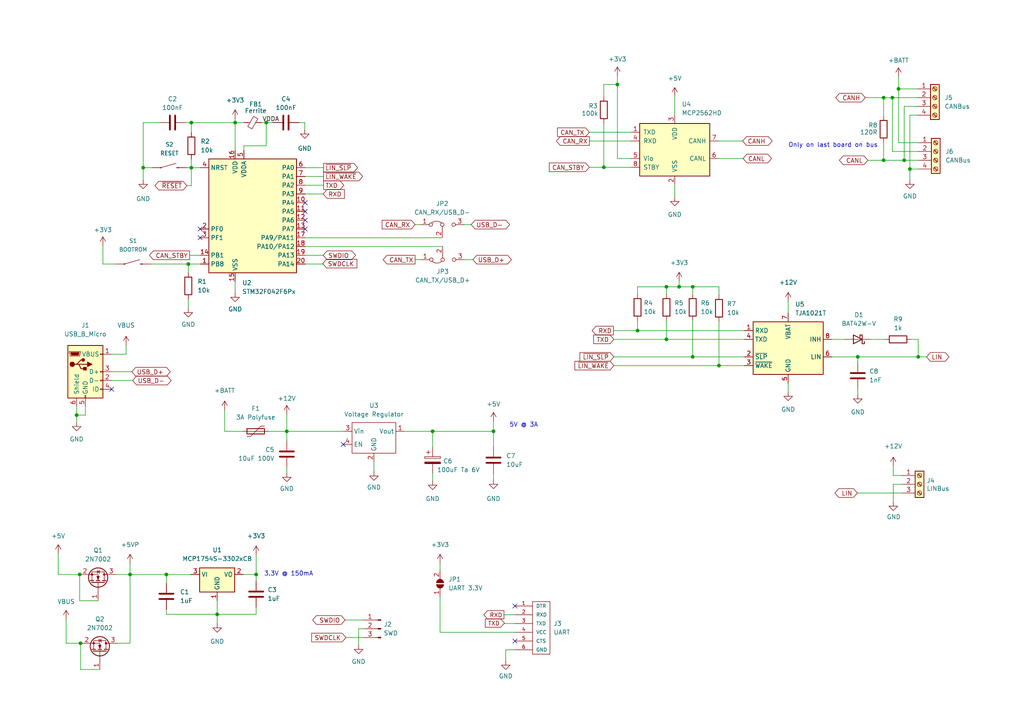
<source format=kicad_sch>
(kicad_sch (version 20211123) (generator eeschema)
  (paper "A4")
  (title_block (title "CANBus LINBus Bridge") (date "2023-02-28") (rev "1.0") (company "Gavin Hurlbut"))
  (lib_symbols
    (symbol "+BATT_1" (power) (pin_names (offset 0))
      (property "Value" "+BATT_1" (at 0 3.556 0))
      (symbol "+BATT_1_0_1"
        (polyline (pts (xy -0.762 1.27) (xy 0 2.54)))
        (polyline (pts (xy 0 0) (xy 0 2.54)))
        (polyline (pts (xy 0 2.54) (xy 0.762 1.27)))
      )
      (symbol "+BATT_1_1_1"
        (pin power_in line (at 0 0 90) (length 0) hide (name "+BATT") (number "1"))
      )
    )
    (symbol "Beirdo:FTDI-TARGET" (pin_names (offset 1.016))
      (property "Reference" "J?" (at -1.27 1.27 0))
      (property "Value" "FTDI-TARGET" (at -6.35 -17.78 0))
      (symbol "FTDI-TARGET_0_1"
        (rectangle (start -2.54 0) (end 2.54 -15.24))
      )
      (symbol "FTDI-TARGET_1_1"
        (pin passive line (at -7.62 -1.27 0) (length 5.08) (name "DTR") (number "1"))
        (pin passive line (at -7.62 -3.81 0) (length 5.08) (name "RXD") (number "2"))
        (pin passive line (at -7.62 -6.35 0) (length 5.08) (name "TXD") (number "3"))
        (pin passive line (at -7.62 -8.89 0) (length 5.08) (name "VCC") (number "4"))
        (pin passive line (at -7.62 -11.43 0) (length 5.08) (name "CTS") (number "5"))
        (pin passive line (at -7.62 -13.97 0) (length 5.08) (name "GND") (number "6"))
      )
    )
    (symbol "Beirdo:MOMENTARY-SWITCH-SPST-PTH-6.0MM" (pin_numbers hide) (pin_names (offset 1.016) hide)
      (property "Reference" "S1" (at 0 6.731 0))
      (property "Value" "MOMENTARY-SWITCH-SPST-PTH-6.0MM" (at 0 4.191 0))
      (symbol "MOMENTARY-SWITCH-SPST-PTH-6.0MM_1_0"
        (polyline (pts (xy -2.54 0) (xy 1.905 1.27)))
        (polyline (pts (xy 1.905 0) (xy 2.54 0)))
      )
      (symbol "MOMENTARY-SWITCH-SPST-PTH-6.0MM_1_1"
        (circle (center -2.54 0) (radius 0.127) (fill (type outline)))
        (circle (center 2.54 0) (radius 0.127) (fill (type outline)))
        (pin passive line (at -5.08 0 0) (length 2.54) (name "1") (number "1"))
        (pin passive line (at -5.08 -1.27 0) (length 2.54) hide (name "1") (number "2"))
        (pin passive line (at 5.08 0 180) (length 2.54) (name "2") (number "3"))
        (pin passive line (at 5.08 -1.27 180) (length 2.54) hide (name "2") (number "4"))
      )
    )
    (symbol "Beirdo:Switching_Regulator_Module"
      (property "Reference" "U?" (at 0 5.08 0))
      (property "Value" "Switching_Regulator_Module" (at 0 2.54 0))
      (symbol "Switching_Regulator_Module_0_1"
        (rectangle (start -6.35 0) (end 6.35 -8.89))
      )
      (symbol "Switching_Regulator_Module_1_1"
        (pin power_out line (at 8.89 -2.54 180) (length 2.54) (name "Vout") (number "1"))
        (pin passive line (at 0 -11.43 90) (length 2.54) (name "GND") (number "2"))
        (pin power_in line (at -8.89 -2.54 0) (length 2.54) (name "Vin") (number "3"))
        (pin input line (at -8.89 -6.35 0) (length 2.54) (name "EN") (number "4"))
      )
    )
    (symbol "Connector:Conn_01x03_Male" (pin_names (offset 1.016) hide)
      (property "Reference" "J" (at 0 5.08 0))
      (property "Value" "Conn_01x03_Male" (at 0 -5.08 0))
      (symbol "Conn_01x03_Male_1_1"
        (polyline (pts (xy 1.27 -2.54) (xy 0.8636 -2.54)) (stroke (width 0.1524)))
        (polyline (pts (xy 1.27 0) (xy 0.8636 0)) (stroke (width 0.1524)))
        (polyline (pts (xy 1.27 2.54) (xy 0.8636 2.54)) (stroke (width 0.1524)))
        (rectangle (start 0.8636 -2.413) (end 0 -2.667) (stroke (width 0.1524)) (fill (type outline)))
        (rectangle (start 0.8636 0.127) (end 0 -0.127) (stroke (width 0.1524)) (fill (type outline)))
        (rectangle (start 0.8636 2.667) (end 0 2.413) (stroke (width 0.1524)) (fill (type outline)))
        (pin passive line (at 5.08 2.54 180) (length 3.81) (name "Pin_1") (number "1"))
        (pin passive line (at 5.08 0 180) (length 3.81) (name "Pin_2") (number "2"))
        (pin passive line (at 5.08 -2.54 180) (length 3.81) (name "Pin_3") (number "3"))
      )
    )
    (symbol "Connector:Screw_Terminal_01x03" (pin_names (offset 1.016) hide)
      (property "Reference" "J" (at 0 5.08 0))
      (property "Value" "Screw_Terminal_01x03" (at 0 -5.08 0))
      (symbol "Screw_Terminal_01x03_1_1"
        (rectangle (start -1.27 3.81) (end 1.27 -3.81) (stroke (width 0.254)) (fill (type background)))
        (circle (center 0 -2.54) (radius 0.635) (stroke (width 0.1524)))
        (polyline (pts (xy -0.5334 -2.2098) (xy 0.3302 -3.048)) (stroke (width 0.1524)))
        (polyline (pts (xy -0.5334 0.3302) (xy 0.3302 -0.508)) (stroke (width 0.1524)))
        (polyline (pts (xy -0.5334 2.8702) (xy 0.3302 2.032)) (stroke (width 0.1524)))
        (polyline (pts (xy -0.3556 -2.032) (xy 0.508 -2.8702)) (stroke (width 0.1524)))
        (polyline (pts (xy -0.3556 0.508) (xy 0.508 -0.3302)) (stroke (width 0.1524)))
        (polyline (pts (xy -0.3556 3.048) (xy 0.508 2.2098)) (stroke (width 0.1524)))
        (circle (center 0 0) (radius 0.635) (stroke (width 0.1524)))
        (circle (center 0 2.54) (radius 0.635) (stroke (width 0.1524)))
        (pin passive line (at -5.08 2.54 0) (length 3.81) (name "Pin_1") (number "1"))
        (pin passive line (at -5.08 0 0) (length 3.81) (name "Pin_2") (number "2"))
        (pin passive line (at -5.08 -2.54 0) (length 3.81) (name "Pin_3") (number "3"))
      )
    )
    (symbol "Connector:Screw_Terminal_01x04" (pin_names (offset 1.016) hide)
      (property "Reference" "J" (at 0 5.08 0))
      (property "Value" "Screw_Terminal_01x04" (at 0 -7.62 0))
      (symbol "Screw_Terminal_01x04_1_1"
        (rectangle (start -1.27 3.81) (end 1.27 -6.35) (stroke (width 0.254)) (fill (type background)))
        (circle (center 0 -5.08) (radius 0.635) (stroke (width 0.1524)))
        (circle (center 0 -2.54) (radius 0.635) (stroke (width 0.1524)))
        (polyline (pts (xy -0.5334 -4.7498) (xy 0.3302 -5.588)) (stroke (width 0.1524)))
        (polyline (pts (xy -0.5334 -2.2098) (xy 0.3302 -3.048)) (stroke (width 0.1524)))
        (polyline (pts (xy -0.5334 0.3302) (xy 0.3302 -0.508)) (stroke (width 0.1524)))
        (polyline (pts (xy -0.5334 2.8702) (xy 0.3302 2.032)) (stroke (width 0.1524)))
        (polyline (pts (xy -0.3556 -4.572) (xy 0.508 -5.4102)) (stroke (width 0.1524)))
        (polyline (pts (xy -0.3556 -2.032) (xy 0.508 -2.8702)) (stroke (width 0.1524)))
        (polyline (pts (xy -0.3556 0.508) (xy 0.508 -0.3302)) (stroke (width 0.1524)))
        (polyline (pts (xy -0.3556 3.048) (xy 0.508 2.2098)) (stroke (width 0.1524)))
        (circle (center 0 0) (radius 0.635) (stroke (width 0.1524)))
        (circle (center 0 2.54) (radius 0.635) (stroke (width 0.1524)))
        (pin passive line (at -5.08 2.54 0) (length 3.81) (name "Pin_1") (number "1"))
        (pin passive line (at -5.08 0 0) (length 3.81) (name "Pin_2") (number "2"))
        (pin passive line (at -5.08 -2.54 0) (length 3.81) (name "Pin_3") (number "3"))
        (pin passive line (at -5.08 -5.08 0) (length 3.81) (name "Pin_4") (number "4"))
      )
    )
    (symbol "Connector:USB_B_Micro" (pin_names (offset 1.016))
      (property "Reference" "J" (at -5.08 11.43 0))
      (property "Value" "USB_B_Micro" (at -5.08 8.89 0))
      (symbol "USB_B_Micro_0_1"
        (rectangle (start -5.08 -7.62) (end 5.08 7.62) (stroke (width 0.254)) (fill (type background)))
        (circle (center -3.81 2.159) (radius 0.635) (stroke (width 0.254)) (fill (type outline)))
        (circle (center -0.635 3.429) (radius 0.381) (stroke (width 0.254)) (fill (type outline)))
        (rectangle (start -0.127 -7.62) (end 0.127 -6.858))
        (polyline (pts (xy -1.905 2.159) (xy 0.635 2.159)) (stroke (width 0.254)))
        (polyline (pts (xy -3.175 2.159) (xy -2.54 2.159) (xy -1.27 3.429) (xy -0.635 3.429)) (stroke (width 0.254)))
        (polyline (pts (xy -2.54 2.159) (xy -1.905 2.159) (xy -1.27 0.889) (xy 0 0.889)) (stroke (width 0.254)))
        (polyline (pts (xy 0.635 2.794) (xy 0.635 1.524) (xy 1.905 2.159) (xy 0.635 2.794)) (stroke (width 0.254)) (fill (type outline)))
        (polyline (pts (xy -4.318 5.588) (xy -1.778 5.588) (xy -2.032 4.826) (xy -4.064 4.826) (xy -4.318 5.588)) (fill (type outline)))
        (polyline (pts (xy -4.699 5.842) (xy -4.699 5.588) (xy -4.445 4.826) (xy -4.445 4.572) (xy -1.651 4.572) (xy -1.651 4.826) (xy -1.397 5.588) (xy -1.397 5.842) (xy -4.699 5.842)))
        (rectangle (start 0.254 1.27) (end -0.508 0.508) (stroke (width 0.254)) (fill (type outline)))
        (rectangle (start 5.08 -5.207) (end 4.318 -4.953))
        (rectangle (start 5.08 -2.667) (end 4.318 -2.413))
        (rectangle (start 5.08 -0.127) (end 4.318 0.127))
        (rectangle (start 5.08 4.953) (end 4.318 5.207))
      )
      (symbol "USB_B_Micro_1_1"
        (pin power_out line (at 7.62 5.08 180) (length 2.54) (name "VBUS") (number "1"))
        (pin bidirectional line (at 7.62 -2.54 180) (length 2.54) (name "D-") (number "2"))
        (pin bidirectional line (at 7.62 0 180) (length 2.54) (name "D+") (number "3"))
        (pin passive line (at 7.62 -5.08 180) (length 2.54) (name "ID") (number "4"))
        (pin power_out line (at 0 -10.16 90) (length 2.54) (name "GND") (number "5"))
        (pin passive line (at -2.54 -10.16 90) (length 2.54) (name "Shield") (number "6"))
      )
    )
    (symbol "Device:C" (pin_numbers hide) (pin_names (offset 0.254))
      (property "Reference" "C" (at 0.635 2.54 0))
      (property "Value" "C" (at 0.635 -2.54 0))
      (symbol "C_0_1"
        (polyline (pts (xy -2.032 -0.762) (xy 2.032 -0.762)) (stroke (width 0.508)))
        (polyline (pts (xy -2.032 0.762) (xy 2.032 0.762)) (stroke (width 0.508)))
      )
      (symbol "C_1_1"
        (pin passive line (at 0 3.81 270) (length 2.794) (name "~") (number "1"))
        (pin passive line (at 0 -3.81 90) (length 2.794) (name "~") (number "2"))
      )
    )
    (symbol "Device:C_Polarized" (pin_numbers hide) (pin_names (offset 0.254))
      (property "Reference" "C" (at 0.635 2.54 0))
      (property "Value" "C_Polarized" (at 0.635 -2.54 0))
      (symbol "C_Polarized_0_1"
        (rectangle (start -2.286 0.508) (end 2.286 1.016))
        (polyline (pts (xy -1.778 2.286) (xy -0.762 2.286)))
        (polyline (pts (xy -1.27 2.794) (xy -1.27 1.778)))
        (rectangle (start 2.286 -0.508) (end -2.286 -1.016) (fill (type outline)))
      )
      (symbol "C_Polarized_1_1"
        (pin passive line (at 0 3.81 270) (length 2.794) (name "~") (number "1"))
        (pin passive line (at 0 -3.81 90) (length 2.794) (name "~") (number "2"))
      )
    )
    (symbol "Device:FerriteBead_Small" (pin_numbers hide) (pin_names (offset 0))
      (property "Reference" "FB" (at 1.905 1.27 0))
      (property "Value" "FerriteBead_Small" (at 1.905 -1.27 0))
      (symbol "FerriteBead_Small_0_1"
        (polyline (pts (xy 0 -1.27) (xy 0 -0.7874)))
        (polyline (pts (xy 0 0.889) (xy 0 1.2954)))
        (polyline (pts (xy -1.8288 0.2794) (xy -1.1176 1.4986) (xy 1.8288 -0.2032) (xy 1.1176 -1.4224) (xy -1.8288 0.2794)))
      )
      (symbol "FerriteBead_Small_1_1"
        (pin passive line (at 0 2.54 270) (length 1.27) (name "~") (number "1"))
        (pin passive line (at 0 -2.54 90) (length 1.27) (name "~") (number "2"))
      )
    )
    (symbol "Device:Polyfuse" (pin_numbers hide) (pin_names (offset 0))
      (property "Reference" "F" (at -2.54 0 90))
      (property "Value" "Polyfuse" (at 2.54 0 90))
      (symbol "Polyfuse_0_1"
        (rectangle (start -0.762 2.54) (end 0.762 -2.54) (stroke (width 0.254)))
        (polyline (pts (xy 0 2.54) (xy 0 -2.54)))
        (polyline (pts (xy -1.524 2.54) (xy -1.524 1.524) (xy 1.524 -1.524) (xy 1.524 -2.54)))
      )
      (symbol "Polyfuse_1_1"
        (pin passive line (at 0 3.81 270) (length 1.27) (name "~") (number "1"))
        (pin passive line (at 0 -3.81 90) (length 1.27) (name "~") (number "2"))
      )
    )
    (symbol "Device:R" (pin_numbers hide) (pin_names (offset 0))
      (property "Reference" "R" (at 2.032 0 90))
      (property "Value" "R" (at 0 0 90))
      (symbol "R_0_1"
        (rectangle (start -1.016 -2.54) (end 1.016 2.54) (stroke (width 0.254)))
      )
      (symbol "R_1_1"
        (pin passive line (at 0 3.81 270) (length 1.27) (name "~") (number "1"))
        (pin passive line (at 0 -3.81 90) (length 1.27) (name "~") (number "2"))
      )
    )
    (symbol "Diode:BAT42W-V" (pin_numbers hide) (pin_names (offset 1.016) hide)
      (property "Reference" "D" (at 0 2.54 0))
      (property "Value" "BAT42W-V" (at 0 -2.54 0))
      (symbol "BAT42W-V_0_1"
        (polyline (pts (xy 1.27 0) (xy -1.27 0)))
        (polyline (pts (xy 1.27 1.27) (xy 1.27 -1.27) (xy -1.27 0) (xy 1.27 1.27)) (stroke (width 0.254)))
        (polyline (pts (xy -1.905 0.635) (xy -1.905 1.27) (xy -1.27 1.27) (xy -1.27 -1.27) (xy -0.635 -1.27) (xy -0.635 -0.635)) (stroke (width 0.254)))
      )
      (symbol "BAT42W-V_1_1"
        (pin passive line (at -3.81 0 0) (length 2.54) (name "K") (number "1"))
        (pin passive line (at 3.81 0 180) (length 2.54) (name "A") (number "2"))
      )
    )
    (symbol "Interface_CAN_LIN:MCP2562-H-SN" (pin_names (offset 1.016))
      (property "Reference" "U" (at -10.16 8.89 0))
      (property "Value" "MCP2562-H-SN" (at 2.54 8.89 0))
      (symbol "MCP2562-H-SN_0_1"
        (rectangle (start -10.16 7.62) (end 10.16 -7.62) (stroke (width 0.254)) (fill (type background)))
      )
      (symbol "MCP2562-H-SN_1_1"
        (pin input line (at -12.7 5.08 0) (length 2.54) (name "TXD") (number "1"))
        (pin power_in line (at 0 -10.16 90) (length 2.54) (name "VSS") (number "2"))
        (pin power_in line (at 0 10.16 270) (length 2.54) (name "VDD") (number "3"))
        (pin output line (at -12.7 2.54 0) (length 2.54) (name "RXD") (number "4"))
        (pin power_in line (at -12.7 -2.54 0) (length 2.54) (name "Vio") (number "5"))
        (pin bidirectional line (at 12.7 -2.54 180) (length 2.54) (name "CANL") (number "6"))
        (pin bidirectional line (at 12.7 2.54 180) (length 2.54) (name "CANH") (number "7"))
        (pin input line (at -12.7 -5.08 0) (length 2.54) (name "STBY") (number "8"))
      )
    )
    (symbol "Interface_CAN_LIN:TJA1021T"
      (property "Reference" "U" (at -10.16 8.89 0))
      (property "Value" "TJA1021T" (at 1.27 8.89 0))
      (symbol "TJA1021T_0_1"
        (rectangle (start -10.16 7.62) (end 10.16 -7.62) (stroke (width 0.254)) (fill (type background)))
      )
      (symbol "TJA1021T_1_1"
        (pin open_collector line (at -12.7 5.08 0) (length 2.54) (name "RXD") (number "1"))
        (pin input line (at -12.7 -2.54 0) (length 2.54) (name "~{SLP}") (number "2"))
        (pin input line (at -12.7 -5.08 0) (length 2.54) (name "~{WAKE}") (number "3"))
        (pin input line (at -12.7 2.54 0) (length 2.54) (name "TXD") (number "4"))
        (pin power_in line (at 0 -10.16 90) (length 2.54) (name "GND") (number "5"))
        (pin bidirectional line (at 12.7 -2.54 180) (length 2.54) (name "LIN") (number "6"))
        (pin power_in line (at 0 10.16 270) (length 2.54) (name "VBAT") (number "7"))
        (pin output line (at 12.7 2.54 180) (length 2.54) (name "INH") (number "8"))
      )
    )
    (symbol "Jumper:Jumper_3_Bridged12" (pin_names (offset 0) hide)
      (property "Reference" "JP" (at -2.54 -2.54 0))
      (property "Value" "Jumper_3_Bridged12" (at 0 2.794 0))
      (symbol "Jumper_3_Bridged12_0_0"
        (circle (center -3.302 0) (radius 0.508))
        (circle (center 0 0) (radius 0.508))
        (circle (center 3.302 0) (radius 0.508))
      )
      (symbol "Jumper_3_Bridged12_0_1"
        (arc (start -0.254 0.508) (mid -1.651 0.9912) (end -3.048 0.508))
        (polyline (pts (xy 0 -1.27) (xy 0 -0.508)))
      )
      (symbol "Jumper_3_Bridged12_1_1"
        (pin passive line (at -6.35 0 0) (length 2.54) (name "A") (number "1"))
        (pin passive line (at 0 -3.81 90) (length 2.54) (name "C") (number "2"))
        (pin passive line (at 6.35 0 180) (length 2.54) (name "B") (number "3"))
      )
    )
    (symbol "Jumper:SolderJumper_2_Open" (pin_names (offset 0) hide)
      (property "Reference" "JP" (at 0 2.032 0))
      (property "Value" "SolderJumper_2_Open" (at 0 -2.54 0))
      (symbol "SolderJumper_2_Open_0_1"
        (arc (start -0.254 1.016) (mid -1.27 0) (end -0.254 -1.016))
        (arc (start -0.254 1.016) (mid -1.27 0) (end -0.254 -1.016) (fill (type outline)))
        (polyline (pts (xy -0.254 1.016) (xy -0.254 -1.016)))
        (polyline (pts (xy 0.254 1.016) (xy 0.254 -1.016)))
        (arc (start 0.254 -1.016) (mid 1.27 0) (end 0.254 1.016))
        (arc (start 0.254 -1.016) (mid 1.27 0) (end 0.254 1.016) (fill (type outline)))
      )
      (symbol "SolderJumper_2_Open_1_1"
        (pin passive line (at -3.81 0 0) (length 2.54) (name "A") (number "1"))
        (pin passive line (at 3.81 0 180) (length 2.54) (name "B") (number "2"))
      )
    )
    (symbol "MCU_ST_STM32F0:STM32F042F6Px"
      (property "Reference" "U" (at -12.7 16.51 0))
      (property "Value" "STM32F042F6Px" (at 0 16.51 0))
      (symbol "STM32F042F6Px_0_1"
        (rectangle (start -12.7 -17.78) (end 12.7 15.24) (stroke (width 0.254)) (fill (type background)))
      )
      (symbol "STM32F042F6Px_1_1"
        (pin bidirectional line (at -15.24 -15.24 0) (length 2.54) (name "PB8") (number "1"))
        (pin bidirectional line (at 15.24 2.54 180) (length 2.54) (name "PA4") (number "10"))
        (pin bidirectional line (at 15.24 0 180) (length 2.54) (name "PA5") (number "11"))
        (pin bidirectional line (at 15.24 -2.54 180) (length 2.54) (name "PA6") (number "12"))
        (pin bidirectional line (at 15.24 -5.08 180) (length 2.54) (name "PA7") (number "13"))
        (pin bidirectional line (at -15.24 -12.7 0) (length 2.54) (name "PB1") (number "14"))
        (pin power_in line (at -5.08 -20.32 90) (length 2.54) (name "VSS") (number "15"))
        (pin power_in line (at -5.08 17.78 270) (length 2.54) (name "VDD") (number "16"))
        (pin bidirectional line (at 15.24 -7.62 180) (length 2.54) (name "PA9/PA11") (number "17"))
        (pin bidirectional line (at 15.24 -10.16 180) (length 2.54) (name "PA10/PA12") (number "18"))
        (pin bidirectional line (at 15.24 -12.7 180) (length 2.54) (name "PA13") (number "19"))
        (pin input line (at -15.24 -5.08 0) (length 2.54) (name "PF0") (number "2"))
        (pin bidirectional line (at 15.24 -15.24 180) (length 2.54) (name "PA14") (number "20"))
        (pin input line (at -15.24 -7.62 0) (length 2.54) (name "PF1") (number "3"))
        (pin input line (at -15.24 12.7 0) (length 2.54) (name "NRST") (number "4"))
        (pin power_in line (at -2.54 17.78 270) (length 2.54) (name "VDDA") (number "5"))
        (pin bidirectional line (at 15.24 12.7 180) (length 2.54) (name "PA0") (number "6"))
        (pin bidirectional line (at 15.24 10.16 180) (length 2.54) (name "PA1") (number "7"))
        (pin bidirectional line (at 15.24 7.62 180) (length 2.54) (name "PA2") (number "8"))
        (pin bidirectional line (at 15.24 5.08 180) (length 2.54) (name "PA3") (number "9"))
      )
    )
    (symbol "Regulator_Linear:MCP1754S-3302xCB"
      (property "Reference" "U" (at -3.81 3.175 0))
      (property "Value" "MCP1754S-3302xCB" (at -0.635 3.175 0))
      (symbol "MCP1754S-3302xCB_0_1"
        (rectangle (start -5.08 -5.08) (end 5.08 1.905) (stroke (width 0.254)) (fill (type background)))
      )
      (symbol "MCP1754S-3302xCB_1_1"
        (pin power_in line (at 0 -7.62 90) (length 2.54) (name "GND") (number "1"))
        (pin power_out line (at 7.62 0 180) (length 2.54) (name "VO") (number "2"))
        (pin power_in line (at -7.62 0 0) (length 2.54) (name "VI") (number "3"))
      )
    )
    (symbol "Transistor_FET:2N7002" (pin_names hide)
      (property "Reference" "Q" (at 5.08 1.905 0))
      (property "Value" "2N7002" (at 5.08 0 0))
      (symbol "2N7002_0_1"
        (polyline (pts (xy 0.254 0) (xy -2.54 0)))
        (polyline (pts (xy 0.254 1.905) (xy 0.254 -1.905)) (stroke (width 0.254)))
        (polyline (pts (xy 0.762 -1.27) (xy 0.762 -2.286)) (stroke (width 0.254)))
        (polyline (pts (xy 0.762 0.508) (xy 0.762 -0.508)) (stroke (width 0.254)))
        (polyline (pts (xy 0.762 2.286) (xy 0.762 1.27)) (stroke (width 0.254)))
        (polyline (pts (xy 2.54 2.54) (xy 2.54 1.778)))
        (polyline (pts (xy 2.54 -2.54) (xy 2.54 0) (xy 0.762 0)))
        (polyline (pts (xy 0.762 -1.778) (xy 3.302 -1.778) (xy 3.302 1.778) (xy 0.762 1.778)))
        (polyline (pts (xy 1.016 0) (xy 2.032 0.381) (xy 2.032 -0.381) (xy 1.016 0)) (fill (type outline)))
        (polyline (pts (xy 2.794 0.508) (xy 2.921 0.381) (xy 3.683 0.381) (xy 3.81 0.254)))
        (polyline (pts (xy 3.302 0.381) (xy 2.921 -0.254) (xy 3.683 -0.254) (xy 3.302 0.381)))
        (circle (center 1.651 0) (radius 2.794) (stroke (width 0.254)))
        (circle (center 2.54 -1.778) (radius 0.254) (fill (type outline)))
        (circle (center 2.54 1.778) (radius 0.254) (fill (type outline)))
      )
      (symbol "2N7002_1_1"
        (pin input line (at -5.08 0 0) (length 2.54) (name "G") (number "1"))
        (pin passive line (at 2.54 -5.08 90) (length 2.54) (name "S") (number "2"))
        (pin passive line (at 2.54 5.08 270) (length 2.54) (name "D") (number "3"))
      )
    )
    (symbol "power:+12V" (power) (pin_names (offset 0))
      (property "Value" "+12V" (at 0 3.556 0))
      (symbol "+12V_0_1"
        (polyline (pts (xy -0.762 1.27) (xy 0 2.54)))
        (polyline (pts (xy 0 0) (xy 0 2.54)))
        (polyline (pts (xy 0 2.54) (xy 0.762 1.27)))
      )
      (symbol "+12V_1_1"
        (pin power_in line (at 0 0 90) (length 0) hide (name "+12V") (number "1"))
      )
    )
    (symbol "power:+3V3" (power) (pin_names (offset 0))
      (property "Value" "+3V3" (at 0 3.556 0))
      (symbol "+3V3_0_1"
        (polyline (pts (xy -0.762 1.27) (xy 0 2.54)))
        (polyline (pts (xy 0 0) (xy 0 2.54)))
        (polyline (pts (xy 0 2.54) (xy 0.762 1.27)))
      )
      (symbol "+3V3_1_1"
        (pin power_in line (at 0 0 90) (length 0) hide (name "+3V3") (number "1"))
      )
    )
    (symbol "power:+5V" (power) (pin_names (offset 0))
      (property "Value" "+5V" (at 0 3.556 0))
      (symbol "+5V_0_1"
        (polyline (pts (xy -0.762 1.27) (xy 0 2.54)))
        (polyline (pts (xy 0 0) (xy 0 2.54)))
        (polyline (pts (xy 0 2.54) (xy 0.762 1.27)))
      )
      (symbol "+5V_1_1"
        (pin power_in line (at 0 0 90) (length 0) hide (name "+5V") (number "1"))
      )
    )
    (symbol "power:+5VP" (power) (pin_names (offset 0))
      (property "Value" "+5VP" (at 0 3.556 0))
      (symbol "+5VP_0_1"
        (polyline (pts (xy -0.762 1.27) (xy 0 2.54)))
        (polyline (pts (xy 0 0) (xy 0 2.54)))
        (polyline (pts (xy 0 2.54) (xy 0.762 1.27)))
      )
      (symbol "+5VP_1_1"
        (pin power_in line (at 0 0 90) (length 0) hide (name "+5VP") (number "1"))
      )
    )
    (symbol "power:+BATT" (power) (pin_names (offset 0))
      (property "Value" "+BATT" (at 0 3.556 0))
      (symbol "+BATT_0_1"
        (polyline (pts (xy -0.762 1.27) (xy 0 2.54)))
        (polyline (pts (xy 0 0) (xy 0 2.54)))
        (polyline (pts (xy 0 2.54) (xy 0.762 1.27)))
      )
      (symbol "+BATT_1_1"
        (pin power_in line (at 0 0 90) (length 0) hide (name "+BATT") (number "1"))
      )
    )
    (symbol "power:GND" (power) (pin_names (offset 0))
      (property "Value" "GND" (at 0 -3.81 0))
      (symbol "GND_0_1"
        (polyline (pts (xy 0 0) (xy 0 -1.27) (xy 1.27 -1.27) (xy 0 -2.54) (xy -1.27 -1.27) (xy 0 -1.27)))
      )
      (symbol "GND_1_1"
        (pin power_in line (at 0 0 270) (length 0) hide (name "GND") (number "1"))
      )
    )
    (symbol "power:VBUS" (power) (pin_names (offset 0))
      (property "Value" "VBUS" (at 0 3.81 0))
      (symbol "VBUS_0_1"
        (polyline (pts (xy -0.762 1.27) (xy 0 2.54)))
        (polyline (pts (xy 0 0) (xy 0 2.54)))
        (polyline (pts (xy 0 2.54) (xy 0.762 1.27)))
      )
      (symbol "VBUS_1_1"
        (pin power_in line (at 0 0 90) (length 0) hide (name "VBUS") (number "1"))
      )
    )
  )
  (junction (at 260.604 25.781))
  (junction (at 23.114 166.624))
  (junction (at 37.719 166.624))
  (junction (at 48.26 166.624))
  (junction (at 208.534 106.045))
  (junction (at 256.286 46.482))
  (junction (at 256.286 28.321))
  (junction (at 55.499 48.641))
  (junction (at 263.906 49.022))
  (junction (at 262.255 46.482))
  (junction (at 193.294 83.185))
  (junction (at 62.992 178.181))
  (junction (at 143.129 125.095))
  (junction (at 54.61 76.581))
  (junction (at 77.216 35.56))
  (junction (at 248.793 103.505))
  (junction (at 258.826 28.321))
  (junction (at 41.529 48.641))
  (junction (at 125.476 125.095))
  (junction (at 179.07 24.511))
  (junction (at 55.499 35.56))
  (junction (at 83.185 125.095))
  (junction (at 22.225 120.396))
  (junction (at 193.294 98.425))
  (junction (at 23.368 186.563))
  (junction (at 196.977 83.185))
  (junction (at 200.914 83.185))
  (junction (at 184.912 95.885))
  (junction (at 175.133 48.514))
  (junction (at 68.199 35.56))
  (junction (at 200.914 103.505))
  (junction (at 74.295 166.624))
  (junction (at 266.319 103.505))
  (no_connect (at 149.352 175.768))
  (no_connect (at 149.352 185.928))
  (no_connect (at 58.039 68.961))
  (no_connect (at 32.385 112.903))
  (no_connect (at 88.519 58.801))
  (no_connect (at 88.519 61.341))
  (no_connect (at 58.039 66.421))
  (no_connect (at 88.519 66.421))
  (no_connect (at 88.519 63.881))
  (no_connect (at 99.568 128.905))
  (wire (pts (xy 260.604 41.402) (xy 266.319 41.402)))
  (wire (pts (xy 32.385 107.823) (xy 38.227 107.823)))
  (wire (pts (xy 88.519 68.961) (xy 128.27 68.961)))
  (wire (pts (xy 77.216 35.56) (xy 79.121 35.56)))
  (wire (pts (xy 68.199 81.661) (xy 68.199 84.963)))
  (wire (pts (xy 44.069 48.641) (xy 41.529 48.641)))
  (wire (pts (xy 55.499 38.481) (xy 55.499 35.56)))
  (wire (pts (xy 263.906 52.197) (xy 263.906 49.022)))
  (wire (pts (xy 262.255 46.482) (xy 266.319 46.482)))
  (wire (pts (xy 256.286 46.482) (xy 262.255 46.482)))
  (wire (pts (xy 241.3 98.425) (xy 244.983 98.425)))
  (wire (pts (xy 127.635 183.388) (xy 149.352 183.388)))
  (wire (pts (xy 200.914 92.964) (xy 200.914 103.505)))
  (wire (pts (xy 120.396 75.311) (xy 122.047 75.311)))
  (wire (pts (xy 54.229 48.641) (xy 55.499 48.641)))
  (wire (pts (xy 260.604 22.225) (xy 260.604 25.781)))
  (wire (pts (xy 65.151 125.095) (xy 65.151 118.872)))
  (wire (pts (xy 261.62 143.002) (xy 248.666 143.002)))
  (wire (pts (xy 48.26 176.784) (xy 48.26 178.181)))
  (wire (pts (xy 55.499 46.101) (xy 55.499 48.641)))
  (wire (pts (xy 88.519 48.641) (xy 93.853 48.641)))
  (wire (pts (xy 77.978 125.095) (xy 83.185 125.095)))
  (wire (pts (xy 93.599 76.581) (xy 93.599 76.454)))
  (wire (pts (xy 100.203 184.912) (xy 105.41 184.912)))
  (wire (pts (xy 68.199 34.417) (xy 68.199 35.56)))
  (wire (pts (xy 121.92 65.151) (xy 120.396 65.151)))
  (wire (pts (xy 41.529 35.56) (xy 46.228 35.56)))
  (wire (pts (xy 200.914 103.505) (xy 215.9 103.505)))
  (wire (pts (xy 41.529 48.641) (xy 41.529 52.197)))
  (wire (pts (xy 36.576 102.743) (xy 36.576 100.076)))
  (wire (pts (xy 48.26 166.624) (xy 48.26 169.164)))
  (wire (pts (xy 74.295 166.624) (xy 74.295 168.529)))
  (wire (pts (xy 127.635 163.322) (xy 127.635 165.481)))
  (wire (pts (xy 193.294 92.964) (xy 193.294 98.425)))
  (wire (pts (xy 178.054 98.425) (xy 193.294 98.425)))
  (wire (pts (xy 23.368 194.183) (xy 23.368 186.563)))
  (wire (pts (xy 146.304 180.848) (xy 146.304 180.721)))
  (wire (pts (xy 54.61 76.581) (xy 58.039 76.581)))
  (wire (pts (xy 104.013 187.071) (xy 104.013 182.372)))
  (wire (pts (xy 62.992 178.181) (xy 74.295 178.181)))
  (wire (pts (xy 146.685 188.468) (xy 149.352 188.468)))
  (wire (pts (xy 88.519 71.501) (xy 128.397 71.501)))
  (wire (pts (xy 143.129 125.095) (xy 143.129 129.667)))
  (wire (pts (xy 24.765 120.396) (xy 22.225 120.396)))
  (wire (pts (xy 62.992 178.181) (xy 62.992 180.848)))
  (wire (pts (xy 178.054 106.045) (xy 208.534 106.045)))
  (wire (pts (xy 266.065 30.861) (xy 262.255 30.861)))
  (wire (pts (xy 193.294 98.425) (xy 215.9 98.425)))
  (wire (pts (xy 70.739 42.291) (xy 77.216 42.291)))
  (wire (pts (xy 175.133 48.514) (xy 170.942 48.514)))
  (wire (pts (xy 179.07 24.511) (xy 179.07 21.971)))
  (wire (pts (xy 146.685 191.643) (xy 146.685 188.468)))
  (wire (pts (xy 175.133 35.687) (xy 175.133 48.514)))
  (wire (pts (xy 146.177 178.308) (xy 149.352 178.308)))
  (wire (pts (xy 127.635 173.101) (xy 127.635 183.388)))
  (wire (pts (xy 143.129 137.287) (xy 143.129 139.192)))
  (wire (pts (xy 23.114 174.244) (xy 23.114 166.624)))
  (wire (pts (xy 266.319 98.425) (xy 266.319 103.505)))
  (wire (pts (xy 266.319 43.942) (xy 258.826 43.942)))
  (wire (pts (xy 256.286 41.275) (xy 256.286 46.482)))
  (wire (pts (xy 184.912 92.964) (xy 184.912 95.885)))
  (wire (pts (xy 70.358 125.095) (xy 65.151 125.095)))
  (wire (pts (xy 266.319 103.505) (xy 268.732 103.505)))
  (wire (pts (xy 117.348 125.095) (xy 125.476 125.095)))
  (wire (pts (xy 19.177 186.563) (xy 23.368 186.563)))
  (wire (pts (xy 183.007 45.974) (xy 179.07 45.974)))
  (wire (pts (xy 88.519 74.041) (xy 93.726 74.041)))
  (wire (pts (xy 177.927 95.885) (xy 184.912 95.885)))
  (wire (pts (xy 170.942 40.894) (xy 183.007 40.894)))
  (wire (pts (xy 260.604 25.781) (xy 266.065 25.781)))
  (wire (pts (xy 263.906 49.022) (xy 266.319 49.022)))
  (wire (pts (xy 262.255 30.861) (xy 262.255 46.482)))
  (wire (pts (xy 248.793 112.776) (xy 248.793 114.427)))
  (wire (pts (xy 134.747 75.311) (xy 137.16 75.311)))
  (wire (pts (xy 16.891 160.528) (xy 16.891 166.624)))
  (wire (pts (xy 77.216 35.56) (xy 75.819 35.56)))
  (wire (pts (xy 241.3 103.505) (xy 248.793 103.505)))
  (wire (pts (xy 263.906 33.401) (xy 263.906 49.022)))
  (wire (pts (xy 37.719 166.624) (xy 48.26 166.624)))
  (wire (pts (xy 184.912 85.344) (xy 184.912 83.185)))
  (wire (pts (xy 16.891 166.624) (xy 23.114 166.624)))
  (wire (pts (xy 264.287 98.425) (xy 266.319 98.425)))
  (wire (pts (xy 104.013 182.372) (xy 105.41 182.372)))
  (wire (pts (xy 88.392 37.592) (xy 88.392 35.56)))
  (wire (pts (xy 252.603 98.425) (xy 256.667 98.425)))
  (wire (pts (xy 228.6 111.125) (xy 228.6 113.665)))
  (wire (pts (xy 258.826 28.321) (xy 266.065 28.321)))
  (wire (pts (xy 183.007 48.514) (xy 175.133 48.514)))
  (wire (pts (xy 196.977 81.534) (xy 196.977 83.185)))
  (wire (pts (xy 259.08 137.922) (xy 259.08 135.128)))
  (wire (pts (xy 88.392 35.56) (xy 86.741 35.56)))
  (wire (pts (xy 88.519 76.581) (xy 93.599 76.581)))
  (wire (pts (xy 260.604 25.781) (xy 260.604 41.402)))
  (wire (pts (xy 34.036 186.563) (xy 37.719 186.563)))
  (wire (pts (xy 48.26 178.181) (xy 62.992 178.181)))
  (wire (pts (xy 77.216 42.291) (xy 77.216 35.56)))
  (wire (pts (xy 134.62 65.151) (xy 136.652 65.151)))
  (wire (pts (xy 251.714 46.482) (xy 256.286 46.482)))
  (wire (pts (xy 22.225 120.396) (xy 22.225 117.983)))
  (wire (pts (xy 70.739 42.291) (xy 70.739 43.561)))
  (wire (pts (xy 259.08 137.922) (xy 261.62 137.922)))
  (wire (pts (xy 37.719 163.322) (xy 37.719 166.624)))
  (wire (pts (xy 208.534 83.185) (xy 208.534 85.598)))
  (wire (pts (xy 250.952 28.321) (xy 256.286 28.321)))
  (wire (pts (xy 248.793 103.505) (xy 266.319 103.505)))
  (wire (pts (xy 29.845 71.247) (xy 29.845 76.581)))
  (wire (pts (xy 83.185 125.095) (xy 83.185 127.889)))
  (wire (pts (xy 23.114 166.624) (xy 23.368 166.624)))
  (wire (pts (xy 55.499 35.56) (xy 68.199 35.56)))
  (wire (pts (xy 54.61 86.741) (xy 54.61 89.408)))
  (wire (pts (xy 195.707 53.594) (xy 195.707 57.15)))
  (wire (pts (xy 88.519 56.261) (xy 93.726 56.261)))
  (wire (pts (xy 48.26 166.624) (xy 55.372 166.624)))
  (wire (pts (xy 55.499 48.641) (xy 58.039 48.641)))
  (wire (pts (xy 74.295 176.149) (xy 74.295 178.181)))
  (wire (pts (xy 178.054 103.505) (xy 200.914 103.505)))
  (wire (pts (xy 200.914 83.185) (xy 200.914 85.344)))
  (wire (pts (xy 248.793 103.505) (xy 248.793 105.156)))
  (wire (pts (xy 83.185 135.509) (xy 83.185 137.16)))
  (wire (pts (xy 175.133 24.511) (xy 179.07 24.511)))
  (wire (pts (xy 29.845 76.581) (xy 33.528 76.581)))
  (wire (pts (xy 55.499 48.641) (xy 55.499 53.848)))
  (wire (pts (xy 184.912 95.885) (xy 215.9 95.885)))
  (wire (pts (xy 74.295 160.909) (xy 74.295 166.624)))
  (wire (pts (xy 193.294 83.185) (xy 193.294 85.344)))
  (wire (pts (xy 256.286 33.655) (xy 256.286 28.321)))
  (wire (pts (xy 259.08 140.462) (xy 261.62 140.462)))
  (wire (pts (xy 175.133 28.067) (xy 175.133 24.511)))
  (wire (pts (xy 193.294 83.185) (xy 196.977 83.185)))
  (wire (pts (xy 143.129 122.174) (xy 143.129 125.095)))
  (wire (pts (xy 125.476 137.287) (xy 125.476 139.446)))
  (wire (pts (xy 228.6 87.376) (xy 228.6 90.805)))
  (wire (pts (xy 22.225 122.428) (xy 22.225 120.396)))
  (wire (pts (xy 68.199 35.56) (xy 68.199 43.561)))
  (wire (pts (xy 28.448 174.244) (xy 23.114 174.244)))
  (wire (pts (xy 37.719 186.563) (xy 37.719 166.624)))
  (wire (pts (xy 54.229 53.848) (xy 55.499 53.848)))
  (wire (pts (xy 183.007 38.354) (xy 170.942 38.354)))
  (wire (pts (xy 256.286 28.321) (xy 258.826 28.321)))
  (wire (pts (xy 184.912 83.185) (xy 193.294 83.185)))
  (wire (pts (xy 146.304 180.848) (xy 149.352 180.848)))
  (wire (pts (xy 54.61 79.121) (xy 54.61 76.581)))
  (wire (pts (xy 208.534 106.045) (xy 215.9 106.045)))
  (wire (pts (xy 83.185 125.095) (xy 99.568 125.095)))
  (wire (pts (xy 88.519 53.721) (xy 93.853 53.721)))
  (wire (pts (xy 195.707 27.94) (xy 195.707 33.274)))
  (wire (pts (xy 108.458 133.985) (xy 108.458 136.779)))
  (wire (pts (xy 208.534 93.218) (xy 208.534 106.045)))
  (wire (pts (xy 24.765 117.983) (xy 24.765 120.396)))
  (wire (pts (xy 125.476 125.095) (xy 143.129 125.095)))
  (wire (pts (xy 208.407 40.894) (xy 215.392 40.894)))
  (wire (pts (xy 70.739 35.56) (xy 68.199 35.56)))
  (wire (pts (xy 259.08 145.542) (xy 259.08 140.462)))
  (wire (pts (xy 196.977 83.185) (xy 200.914 83.185)))
  (wire (pts (xy 28.956 194.183) (xy 23.368 194.183)))
  (wire (pts (xy 200.914 83.185) (xy 208.534 83.185)))
  (wire (pts (xy 54.61 76.581) (xy 43.688 76.581)))
  (wire (pts (xy 54.991 74.041) (xy 58.039 74.041)))
  (wire (pts (xy 32.385 110.363) (xy 38.481 110.363)))
  (wire (pts (xy 266.065 33.401) (xy 263.906 33.401)))
  (wire (pts (xy 41.529 35.56) (xy 41.529 48.641)))
  (wire (pts (xy 208.407 45.974) (xy 215.519 45.974)))
  (wire (pts (xy 83.185 120.142) (xy 83.185 125.095)))
  (wire (pts (xy 88.519 51.181) (xy 93.853 51.181)))
  (wire (pts (xy 100.076 179.832) (xy 105.41 179.832)))
  (wire (pts (xy 19.177 179.578) (xy 19.177 186.563)))
  (wire (pts (xy 125.476 125.095) (xy 125.476 129.667)))
  (wire (pts (xy 53.848 35.56) (xy 55.499 35.56)))
  (wire (pts (xy 70.612 166.624) (xy 74.295 166.624)))
  (wire (pts (xy 33.528 166.624) (xy 37.719 166.624)))
  (wire (pts (xy 32.385 102.743) (xy 36.576 102.743)))
  (wire (pts (xy 23.368 186.563) (xy 23.876 186.563)))
  (wire (pts (xy 62.992 174.244) (xy 62.992 178.181)))
  (wire (pts (xy 258.826 43.942) (xy 258.826 28.321)))
  (wire (pts (xy 179.07 45.974) (xy 179.07 24.511)))
  (text "5V @ 3A" (at 156.083 124.079 180) (effects (font (size 1.27 1.27)) (justify right bottom)))
  (text "Only on last board on bus" (at 254.635 42.926 180) (effects (font (size 1.27 1.27)) (justify right bottom)))
  (text "3.3V @ 150mA" (at 76.581 167.259 0) (effects (font (size 1.27 1.27)) (justify left bottom)))
  (label "VDDA" (at 76.073 35.56 0))
  (global_label "TXD" (shape input) (at 146.304 180.721 180) (effects (font (size 1.2 1.2))) (property "Intersheet References" "${INTERSHEET_REFS}" (effects hide)))
  (global_label "LIN" (shape bidirectional) (at 268.732 103.505 0) (property "Intersheet References" "${INTERSHEET_REFS}" (effects hide)))
  (global_label "LIN" (shape bidirectional) (at 248.666 143.002 180) (property "Intersheet References" "${INTERSHEET_REFS}" (effects hide)))
  (global_label "TXD" (shape input) (at 178.054 98.425 180) (property "Intersheet References" "${INTERSHEET_REFS}" (effects hide)))
  (global_label "CANH" (shape bidirectional) (at 215.392 40.894 0) (property "Intersheet References" "${INTERSHEET_REFS}" (effects hide)))
  (global_label "RXD" (shape output) (at 177.927 95.885 180) (property "Intersheet References" "${INTERSHEET_REFS}" (effects hide)))
  (global_label "USB_D-" (shape bidirectional) (at 38.481 110.363 0) (property "Intersheet References" "${INTERSHEET_REFS}" (effects hide)))
  (global_label "CAN_STBY" (shape input) (at 170.942 48.514 180) (property "Intersheet References" "${INTERSHEET_REFS}" (effects hide)))
  (global_label "USB_D+" (shape bidirectional) (at 38.227 107.823 0) (property "Intersheet References" "${INTERSHEET_REFS}" (effects hide)))
  (global_label "~{LIN_WAKE}" (shape output) (at 93.853 51.181 0) (property "Intersheet References" "${INTERSHEET_REFS}" (effects hide)))
  (global_label "~{LIN_WAKE}" (shape input) (at 178.054 106.045 180) (property "Intersheet References" "${INTERSHEET_REFS}" (effects hide)))
  (global_label "USB_D-" (shape bidirectional) (at 136.652 65.151 0) (property "Intersheet References" "${INTERSHEET_REFS}" (effects hide)))
  (global_label "~{LIN_SLP}" (shape input) (at 178.054 103.505 180) (property "Intersheet References" "${INTERSHEET_REFS}" (effects hide)))
  (global_label "CANH" (shape bidirectional) (at 250.952 28.321 180) (property "Intersheet References" "${INTERSHEET_REFS}" (effects hide)))
  (global_label "~{RESET}" (shape bidirectional) (at 54.229 53.848 180) (property "Intersheet References" "${INTERSHEET_REFS}" (effects hide)))
  (global_label "CANL" (shape bidirectional) (at 251.714 46.482 180) (property "Intersheet References" "${INTERSHEET_REFS}" (effects hide)))
  (global_label "SWDCLK" (shape input) (at 100.33 184.912 180) (property "Intersheet References" "${INTERSHEET_REFS}" (effects hide)))
  (global_label "RXD" (shape input) (at 93.726 56.261 0) (property "Intersheet References" "${INTERSHEET_REFS}" (effects hide)))
  (global_label "TXD" (shape output) (at 93.853 53.721 0) (property "Intersheet References" "${INTERSHEET_REFS}" (effects hide)))
  (global_label "CANL" (shape bidirectional) (at 215.519 45.974 0) (property "Intersheet References" "${INTERSHEET_REFS}" (effects hide)))
  (global_label "RXD" (shape output) (at 146.177 178.308 180) (effects (font (size 1.2 1.2))) (property "Intersheet References" "${INTERSHEET_REFS}" (effects hide)))
  (global_label "CAN_TX" (shape input) (at 170.942 38.354 180) (property "Intersheet References" "${INTERSHEET_REFS}" (effects hide)))
  (global_label "SWDCLK" (shape input) (at 93.599 76.454 0) (property "Intersheet References" "${INTERSHEET_REFS}" (effects hide)))
  (global_label "CAN_STBY" (shape output) (at 54.991 74.041 180) (property "Intersheet References" "${INTERSHEET_REFS}" (effects hide)))
  (global_label "~{LIN_SLP}" (shape output) (at 93.853 48.641 0) (property "Intersheet References" "${INTERSHEET_REFS}" (effects hide)))
  (global_label "CAN_RX" (shape output) (at 170.942 40.894 180) (property "Intersheet References" "${INTERSHEET_REFS}" (effects hide)))
  (global_label "SWDIO" (shape bidirectional) (at 100.076 179.832 180) (property "Intersheet References" "${INTERSHEET_REFS}" (effects hide)))
  (global_label "USB_D+" (shape bidirectional) (at 137.16 75.311 0) (property "Intersheet References" "${INTERSHEET_REFS}" (effects hide)))
  (global_label "SWDIO" (shape bidirectional) (at 93.726 74.041 0) (property "Intersheet References" "${INTERSHEET_REFS}" (effects hide)))
  (global_label "CAN_TX" (shape output) (at 120.396 75.311 180) (property "Intersheet References" "${INTERSHEET_REFS}" (effects hide)))
  (global_label "CAN_RX" (shape input) (at 120.396 65.151 180) (property "Intersheet References" "${INTERSHEET_REFS}" (effects hide)))
  (symbol (lib_id "power:GND") (at 259.08 145.542 0) (unit 1)
    (property "Reference" "#PWR032" (effects hide))
    (property "Value" "GND" (at 259.207 149.9362 0))
  )
  (symbol (lib_id "Device:C") (at 248.793 108.966 0) (unit 1)
    (property "Reference" "C8" (at 252.095 107.6959 0) (effects (justify left)))
    (property "Value" "1nF" (at 252.095 110.2359 0) (effects (justify left)))
    (property "Footprint" "Capacitor_SMD:C_0805_2012Metric_Pad1.18x1.45mm_HandSolder" (effects hide))
  )
  (symbol (lib_id "Device:C") (at 82.931 35.56 90) (unit 1)
    (property "Reference" "C4" (at 82.931 28.702 90))
    (property "Value" "100nF" (at 82.931 31.242 90))
    (property "Footprint" "Capacitor_SMD:C_0805_2012Metric_Pad1.18x1.45mm_HandSolder" (effects hide))
  )
  (symbol (lib_id "Interface_CAN_LIN:MCP2562-H-SN") (at 195.707 43.434 0) (unit 1)
    (property "Reference" "U4" (at 197.7264 30.226 0) (effects (justify left)))
    (property "Value" "MCP2562HD" (at 197.7264 32.766 0) (effects (justify left)))
    (property "Footprint" "Package_SO:SOIC-8_3.9x4.9mm_P1.27mm" (effects hide))
    (property "Datasheet" "http://ww1.microchip.com/downloads/en/DeviceDoc/25167A.pdf" (effects hide))
  )
  (symbol (lib_id "Transistor_FET:2N7002") (at 28.956 189.103 270) (mirror x) (unit 1)
    (property "Reference" "Q2" (at 28.956 179.578 90))
    (property "Value" "2N7002" (at 28.956 182.118 90))
    (property "Footprint" "Package_TO_SOT_SMD:SOT-23" (effects hide))
    (property "Datasheet" "https://www.onsemi.com/pub/Collateral/NDS7002A-D.PDF" (effects hide))
  )
  (symbol (lib_id "power:GND") (at 54.61 89.408 0) (unit 1)
    (property "Reference" "#PWR08" (effects hide))
    (property "Value" "GND" (at 54.61 94.107 0))
  )
  (symbol (lib_id "Device:R") (at 208.534 89.408 0) (unit 1)
    (property "Reference" "R7" (at 210.82 88.1379 0) (effects (justify left)))
    (property "Value" "10k" (at 210.82 90.6779 0) (effects (justify left)))
    (property "Footprint" "Resistor_SMD:R_0805_2012Metric_Pad1.20x1.40mm_HandSolder" (effects hide))
  )
  (symbol (lib_id "Device:R") (at 184.912 89.154 0) (unit 1)
    (property "Reference" "R4" (at 186.69 87.8839 0) (effects (justify left)))
    (property "Value" "10k" (at 186.69 90.4239 0) (effects (justify left)))
    (property "Footprint" "Resistor_SMD:R_0805_2012Metric_Pad1.20x1.40mm_HandSolder" (effects hide))
  )
  (symbol (lib_id "power:GND") (at 108.458 136.779 0) (unit 1)
    (property "Reference" "#PWR018" (effects hide))
    (property "Value" "GND" (at 108.458 141.351 0))
  )
  (symbol (lib_id "Jumper:SolderJumper_2_Open") (at 127.635 169.291 90) (unit 1)
    (property "Reference" "JP1" (at 130.048 168.0209 90) (effects (justify right)))
    (property "Value" "UART 3.3V" (at 130.048 170.5609 90) (effects (justify right)))
    (property "Footprint" "Jumper:SolderJumper-2_P1.3mm_Open_TrianglePad1.0x1.5mm" (effects hide))
  )
  (symbol (lib_id "power:GND") (at 83.185 137.16 0) (unit 1)
    (property "Reference" "#PWR015" (effects hide))
    (property "Value" "GND" (at 83.185 141.732 0))
  )
  (symbol (lib_id "Device:R") (at 256.286 37.465 0) (unit 1)
    (property "Reference" "R8" (at 251.841 36.322 0) (effects (justify left)))
    (property "Value" "120R" (at 249.428 38.354 0) (effects (justify left)))
    (property "Footprint" "Resistor_SMD:R_0805_2012Metric_Pad1.20x1.40mm_HandSolder" (effects hide))
  )
  (symbol (lib_id "Connector:USB_B_Micro") (at 24.765 107.823 0) (unit 1)
    (property "Reference" "J1" (at 24.765 94.361 0))
    (property "Value" "USB_B_Micro" (at 24.765 96.901 0))
    (property "Footprint" "Connector_USB:USB_Micro-B_Amphenol_10118194_Horizontal" (effects hide))
  )
  (symbol (lib_id "power:+12V") (at 228.6 87.376 0) (unit 1)
    (property "Reference" "#PWR028" (effects hide))
    (property "Value" "+12V" (at 228.6 81.915 0))
  )
  (symbol (lib_id "power:+12V") (at 259.08 135.128 0) (unit 1)
    (property "Reference" "#PWR031" (effects hide))
    (property "Value" "+12V" (at 259.08 129.413 0))
  )
  (symbol (lib_id "Regulator_Linear:MCP1754S-3302xCB") (at 62.992 166.624 0) (unit 1)
    (property "Reference" "U1" (at 62.992 159.512 0))
    (property "Value" "MCP1754S-3302xCB" (at 62.992 162.052 0))
    (property "Footprint" "Package_TO_SOT_SMD:SOT-23" (effects hide))
    (property "Datasheet" "http://ww1.microchip.com/downloads/en/DeviceDoc/20002276C.pdf" (effects hide))
  )
  (symbol (lib_id "Beirdo:FTDI-TARGET") (at 156.972 174.498 0) (unit 1)
    (property "Reference" "J3" (at 160.528 180.8479 0) (effects (justify left)))
    (property "Value" "UART" (at 160.528 183.3879 0) (effects (justify left)))
    (property "Footprint" "Beirdo:FTDI-TARGET" (effects hide))
  )
  (symbol (lib_id "Beirdo:Switching_Regulator_Module") (at 108.458 122.555 0) (unit 1)
    (property "Reference" "U3" (at 108.458 117.602 0))
    (property "Value" "Voltage Regulator" (at 108.458 120.142 0))
    (property "Footprint" "Beirdo:Switching_Regulator_Module" (effects hide))
    (property "ASIN" "B08R6337QY" (effects hide))
  )
  (symbol (lib_id "Device:C") (at 50.038 35.56 90) (unit 1)
    (property "Reference" "C2" (at 50.038 28.702 90))
    (property "Value" "100nF" (at 50.038 31.242 90))
    (property "Footprint" "Capacitor_SMD:C_0805_2012Metric_Pad1.18x1.45mm_HandSolder" (effects hide))
  )
  (symbol (lib_id "power:+3V3") (at 74.295 160.909 0) (unit 1)
    (property "Reference" "#PWR013" (effects hide))
    (property "Value" "+3V3" (at 74.295 155.448 0))
  )
  (symbol (lib_id "Jumper:Jumper_3_Bridged12") (at 128.27 65.151 0) (unit 1)
    (property "Reference" "JP2" (at 128.27 59.055 0))
    (property "Value" "CAN_RX/USB_D-" (at 128.27 61.595 0))
    (property "Footprint" "Connector_PinHeader_2.54mm:PinHeader_1x03_P2.54mm_Vertical" (effects hide))
  )
  (symbol (lib_id "Device:C") (at 48.26 172.974 0) (unit 1)
    (property "Reference" "C1" (at 52.197 171.7039 0) (effects (justify left)))
    (property "Value" "1uF" (at 52.197 174.2439 0) (effects (justify left)))
    (property "Footprint" "Capacitor_SMD:C_0805_2012Metric_Pad1.18x1.45mm_HandSolder" (effects hide))
  )
  (symbol (lib_id "power:+5VP") (at 37.719 163.322 0) (unit 1)
    (property "Reference" "#PWR06" (effects hide))
    (property "Value" "+5VP" (at 37.719 157.988 0))
  )
  (symbol (lib_id "Connector:Screw_Terminal_01x03") (at 266.7 140.462 0) (unit 1)
    (property "Reference" "J4" (at 268.732 139.3952 0) (effects (justify left)))
    (property "Value" "LINBus" (at 268.732 141.7066 0) (effects (justify left)))
    (property "Footprint" "TerminalBlock_TE-Connectivity:TerminalBlock_TE_282834-3_1x03_P2.54mm_Horizontal" (effects hide))
  )
  (symbol (lib_id "power:GND") (at 146.685 191.643 0) (unit 1)
    (property "Reference" "#PWR023" (effects hide))
    (property "Value" "GND" (at 146.685 196.088 0))
  )
  (symbol (lib_id "power:GND") (at 22.225 122.428 0) (unit 1)
    (property "Reference" "#PWR03" (effects hide))
    (property "Value" "GND" (at 22.225 127.381 0))
  )
  (symbol (lib_id "power:+5V") (at 143.129 122.174 0) (unit 1)
    (property "Reference" "#PWR021" (effects hide))
    (property "Value" "+5V" (at 143.129 117.221 0))
  )
  (symbol (lib_id "power:GND") (at 88.392 37.592 0) (unit 1)
    (property "Reference" "#PWR016" (effects hide))
    (property "Value" "GND" (at 88.392 43.053 0))
  )
  (symbol (lib_name "+BATT_1") (lib_id "power:+BATT") (at 260.604 22.225 0) (unit 1)
    (property "Reference" "#PWR033" (effects hide))
    (property "Value" "+BATT" (at 260.604 17.526 0))
  )
  (symbol (lib_id "power:GND") (at 125.476 139.446 0) (unit 1)
    (property "Reference" "#PWR019" (effects hide))
    (property "Value" "GND" (at 125.476 144.653 0))
  )
  (symbol (lib_id "power:+3V3") (at 179.07 21.971 0) (unit 1)
    (property "Reference" "#PWR024" (effects hide))
    (property "Value" "+3V3" (at 179.07 17.145 0))
  )
  (symbol (lib_id "Beirdo:MOMENTARY-SWITCH-SPST-PTH-6.0MM") (at 38.608 76.581 0) (unit 1)
    (property "Reference" "S1" (at 38.608 69.85 0) (effects (font (size 1.143 1.143))))
    (property "Value" "BOOTROM" (at 38.608 72.39 0) (effects (font (size 1.143 1.143))))
    (property "Footprint" "SparkFun-Switches:TACTILE_SWITCH_PTH_6.0MM" (effects hide))
    (property "Field4" " SWCH-08441" (effects hide))
  )
  (symbol (lib_id "power:GND") (at 143.129 139.192 0) (unit 1)
    (property "Reference" "#PWR022" (effects hide))
    (property "Value" "GND" (at 143.129 144.653 0))
  )
  (symbol (lib_id "power:+3V3") (at 127.635 163.322 0) (unit 1)
    (property "Reference" "#PWR020" (effects hide))
    (property "Value" "+3V3" (at 127.635 157.988 0))
  )
  (symbol (lib_id "power:GND") (at 68.199 84.963 0) (unit 1)
    (property "Reference" "#PWR012" (effects hide))
    (property "Value" "GND" (at 68.199 89.662 0))
  )
  (symbol (lib_id "Device:Polyfuse") (at 74.168 125.095 90) (unit 1)
    (property "Reference" "F1" (at 74.168 118.491 90))
    (property "Value" "3A Polyfuse" (at 74.168 121.031 90))
    (property "Footprint" "Resistor_SMD:R_1812_4532Metric_Pad1.30x3.40mm_HandSolder" (effects hide))
    (property "Digikey" "F2772CT-ND" (effects hide))
  )
  (symbol (lib_id "power:+3V3") (at 29.845 71.247 0) (unit 1)
    (property "Reference" "#PWR04" (effects hide))
    (property "Value" "+3V3" (at 29.845 66.675 0))
  )
  (symbol (lib_id "Device:R") (at 260.477 98.425 90) (unit 1)
    (property "Reference" "R9" (at 260.477 92.583 90))
    (property "Value" "1k" (at 260.477 95.123 90))
    (property "Footprint" "Resistor_SMD:R_0805_2012Metric_Pad1.20x1.40mm_HandSolder" (effects hide))
  )
  (symbol (lib_id "Jumper:Jumper_3_Bridged12") (at 128.397 75.311 0) (mirror x) (unit 1)
    (property "Reference" "JP3" (at 128.397 78.74 0))
    (property "Value" "CAN_TX/USB_D+" (at 128.397 81.28 0))
    (property "Footprint" "Connector_PinHeader_2.54mm:PinHeader_1x03_P2.54mm_Vertical" (effects hide))
  )
  (symbol (lib_id "Diode:BAT42W-V") (at 248.793 98.425 180) (unit 1)
    (property "Reference" "D1" (at 249.1105 91.313 0))
    (property "Value" "BAT42W-V" (at 249.1105 93.853 0))
    (property "Footprint" "Diode_SMD:D_SOD-123" (effects hide))
    (property "Datasheet" "http://www.vishay.com/docs/85660/bat42.pdf" (effects hide))
  )
  (symbol (lib_id "Device:C") (at 74.295 172.339 0) (unit 1)
    (property "Reference" "C3" (at 77.597 171.0689 0) (effects (justify left)))
    (property "Value" "1uF" (at 77.597 173.6089 0) (effects (justify left)))
    (property "Footprint" "Capacitor_SMD:C_0805_2012Metric_Pad1.18x1.45mm_HandSolder" (effects hide))
  )
  (symbol (lib_id "power:GND") (at 62.992 180.848 0) (unit 1)
    (property "Reference" "#PWR09" (effects hide))
    (property "Value" "GND" (at 62.992 186.055 0))
  )
  (symbol (lib_id "Interface_CAN_LIN:TJA1021T") (at 228.6 100.965 0) (unit 1)
    (property "Reference" "U5" (at 230.6194 88.265 0) (effects (justify left)))
    (property "Value" "TJA1021T" (at 230.6194 90.805 0) (effects (justify left)))
    (property "Footprint" "Package_SO:SOIC-8_3.9x4.9mm_P1.27mm" (effects hide))
    (property "Datasheet" "http://www.nxp.com/documents/data_sheet/TJA1021.pdf" (effects hide))
  )
  (symbol (lib_id "Device:R") (at 54.61 82.931 0) (unit 1)
    (property "Reference" "R1" (at 57.277 81.6609 0) (effects (justify left)))
    (property "Value" "10k" (at 57.277 84.2009 0) (effects (justify left)))
    (property "Footprint" "Resistor_SMD:R_0805_2012Metric_Pad1.20x1.40mm_HandSolder" (effects hide))
  )
  (symbol (lib_id "power:+12V") (at 83.185 120.142 0) (unit 1)
    (property "Reference" "#PWR014" (effects hide))
    (property "Value" "+12V" (at 83.185 115.57 0))
  )
  (symbol (lib_id "Connector:Screw_Terminal_01x04") (at 271.399 43.942 0) (unit 1)
    (property "Reference" "J6" (at 274.193 43.9419 0) (effects (justify left)))
    (property "Value" "CANBus" (at 274.193 46.4819 0) (effects (justify left)))
    (property "Footprint" "TerminalBlock_TE-Connectivity:TerminalBlock_TE_282834-4_1x04_P2.54mm_Horizontal" (effects hide))
  )
  (symbol (lib_id "power:GND") (at 263.906 52.197 0) (unit 1)
    (property "Reference" "#PWR034" (effects hide))
    (property "Value" "GND" (at 263.906 56.896 0))
  )
  (symbol (lib_id "Device:C") (at 143.129 133.477 0) (unit 1)
    (property "Reference" "C7" (at 146.812 132.2069 0) (effects (justify left)))
    (property "Value" "10uF" (at 146.812 134.7469 0) (effects (justify left)))
    (property "Footprint" "Capacitor_SMD:C_0805_2012Metric_Pad1.18x1.45mm_HandSolder" (effects hide))
  )
  (symbol (lib_id "power:+3V3") (at 196.977 81.534 0) (unit 1)
    (property "Reference" "#PWR027" (effects hide))
    (property "Value" "+3V3" (at 196.977 76.2 0))
  )
  (symbol (lib_id "Connector:Conn_01x03_Male") (at 110.49 182.372 0) (mirror y) (unit 1)
    (property "Reference" "J2" (at 111.252 181.1019 0) (effects (justify right)))
    (property "Value" "SWD" (at 111.252 183.6419 0) (effects (justify right)))
    (property "Footprint" "Connector_PinHeader_2.54mm:PinHeader_1x03_P2.54mm_Vertical" (effects hide))
  )
  (symbol (lib_id "power:GND") (at 41.529 52.197 0) (unit 1)
    (property "Reference" "#PWR07" (effects hide))
    (property "Value" "GND" (at 41.529 57.658 0))
  )
  (symbol (lib_id "Transistor_FET:2N7002") (at 28.448 169.164 270) (mirror x) (unit 1)
    (property "Reference" "Q1" (at 28.448 159.639 90))
    (property "Value" "2N7002" (at 28.448 162.179 90))
    (property "Footprint" "Package_TO_SOT_SMD:SOT-23" (effects hide))
    (property "Datasheet" "https://www.onsemi.com/pub/Collateral/NDS7002A-D.PDF" (effects hide))
  )
  (symbol (lib_id "Beirdo:MOMENTARY-SWITCH-SPST-PTH-6.0MM") (at 49.149 48.641 0) (unit 1)
    (property "Reference" "S2" (at 49.149 41.91 0) (effects (font (size 1.143 1.143))))
    (property "Value" "RESET" (at 49.149 44.45 0) (effects (font (size 1.143 1.143))))
    (property "Footprint" "SparkFun-Switches:TACTILE_SWITCH_PTH_6.0MM" (effects hide))
    (property "Field4" " SWCH-08441" (effects hide))
  )
  (symbol (lib_id "power:VBUS") (at 19.177 179.578 0) (unit 1)
    (property "Reference" "#PWR02" (effects hide))
    (property "Value" "VBUS" (at 19.177 174.498 0))
  )
  (symbol (lib_id "power:+3V3") (at 68.199 34.417 0) (unit 1)
    (property "Reference" "#PWR011" (effects hide))
    (property "Value" "+3V3" (at 68.199 29.083 0))
  )
  (symbol (lib_id "power:GND") (at 248.793 114.427 0) (unit 1)
    (property "Reference" "#PWR030" (effects hide))
    (property "Value" "GND" (at 248.793 119.507 0))
  )
  (symbol (lib_id "MCU_ST_STM32F0:STM32F042F6Px") (at 73.279 61.341 0) (unit 1)
    (property "Reference" "U2" (at 70.2184 82.042 0) (effects (justify left)))
    (property "Value" "STM32F042F6Px" (at 70.2184 84.582 0) (effects (justify left)))
    (property "Footprint" "Package_SO:TSSOP-20_4.4x6.5mm_P0.65mm" (effects hide))
    (property "Datasheet" "http://www.st.com/st-web-ui/static/active/en/resource/technical/document/datasheet/DM00105814.pdf" (effects hide))
  )
  (symbol (lib_id "Device:C_Polarized") (at 125.476 133.477 0) (unit 1)
    (property "Reference" "C6" (at 128.524 133.731 0) (effects (justify left)))
    (property "Value" "100uF Ta 6V" (at 126.746 136.271 0) (effects (justify left)))
    (property "Footprint" "Capacitor_Tantalum_SMD:CP_EIA-3216-10_Kemet-I_Pad1.58x1.35mm_HandSolder" (effects hide))
  )
  (symbol (lib_id "Device:C") (at 83.185 131.699 0) (mirror y) (unit 1)
    (property "Reference" "C5" (at 79.629 130.4289 0) (effects (justify left)))
    (property "Value" "10uF 100V" (at 79.629 132.9689 0) (effects (justify left)))
    (property "Footprint" "Capacitor_SMD:C_1210_3225Metric_Pad1.33x2.70mm_HandSolder" (effects hide))
  )
  (symbol (lib_id "power:+BATT") (at 65.151 118.872 0) (unit 1)
    (property "Reference" "#PWR010" (effects hide))
    (property "Value" "+BATT" (at 65.151 113.284 0))
  )
  (symbol (lib_id "Device:R") (at 200.914 89.154 0) (unit 1)
    (property "Reference" "R6" (at 203.2 87.8839 0) (effects (justify left)))
    (property "Value" "10k" (at 203.2 90.4239 0) (effects (justify left)))
    (property "Footprint" "Resistor_SMD:R_0805_2012Metric_Pad1.20x1.40mm_HandSolder" (effects hide))
  )
  (symbol (lib_id "power:GND") (at 195.707 57.15 0) (unit 1)
    (property "Reference" "#PWR026" (effects hide))
    (property "Value" "GND" (at 195.707 62.23 0))
  )
  (symbol (lib_id "power:VBUS") (at 36.576 100.076 0) (unit 1)
    (property "Reference" "#PWR05" (effects hide))
    (property "Value" "VBUS" (at 36.576 94.361 0))
  )
  (symbol (lib_id "Device:R") (at 193.294 89.154 0) (unit 1)
    (property "Reference" "R5" (at 195.58 87.8839 0) (effects (justify left)))
    (property "Value" "10k" (at 195.58 90.4239 0) (effects (justify left)))
    (property "Footprint" "Resistor_SMD:R_0805_2012Metric_Pad1.20x1.40mm_HandSolder" (effects hide))
  )
  (symbol (lib_id "power:GND") (at 104.013 187.071 0) (unit 1)
    (property "Reference" "#PWR017" (effects hide))
    (property "Value" "GND" (at 104.013 191.897 0))
  )
  (symbol (lib_id "Device:FerriteBead_Small") (at 73.279 35.56 270) (unit 1)
    (property "Reference" "FB1" (at 74.168 30.226 90))
    (property "Value" "Ferrite" (at 74.168 32.131 90))
    (property "Footprint" "Inductor_SMD:L_0805_2012Metric_Pad1.15x1.40mm_HandSolder" (effects hide))
  )
  (symbol (lib_id "power:+5V") (at 16.891 160.528 0) (unit 1)
    (property "Reference" "#PWR01" (effects hide))
    (property "Value" "+5V" (at 16.891 155.448 0))
  )
  (symbol (lib_id "Device:R") (at 175.133 31.877 0) (unit 1)
    (property "Reference" "R3" (at 170.688 30.734 0) (effects (justify left)))
    (property "Value" "100k" (at 168.656 32.893 0) (effects (justify left)))
    (property "Footprint" "Resistor_SMD:R_0805_2012Metric_Pad1.20x1.40mm_HandSolder" (effects hide))
  )
  (symbol (lib_id "Device:R") (at 55.499 42.291 0) (unit 1)
    (property "Reference" "R2" (at 58.166 41.0209 0) (effects (justify left)))
    (property "Value" "10k" (at 58.166 43.5609 0) (effects (justify left)))
    (property "Footprint" "Resistor_SMD:R_0805_2012Metric_Pad1.20x1.40mm_HandSolder" (effects hide))
  )
  (symbol (lib_id "Connector:Screw_Terminal_01x04") (at 271.145 28.321 0) (unit 1)
    (property "Reference" "J5" (at 273.939 28.3209 0) (effects (justify left)))
    (property "Value" "CANBus" (at 273.939 30.8609 0) (effects (justify left)))
    (property "Footprint" "TerminalBlock_TE-Connectivity:TerminalBlock_TE_282834-4_1x04_P2.54mm_Horizontal" (effects hide))
  )
  (symbol (lib_id "power:+5V") (at 195.707 27.94 0) (unit 1)
    (property "Reference" "#PWR025" (effects hide))
    (property "Value" "+5V" (at 195.707 22.733 0))
  )
  (symbol (lib_id "power:GND") (at 228.6 113.665 0) (unit 1)
    (property "Reference" "#PWR029" (effects hide))
    (property "Value" "GND" (at 228.6 118.745 0))
  )
)
</source>
